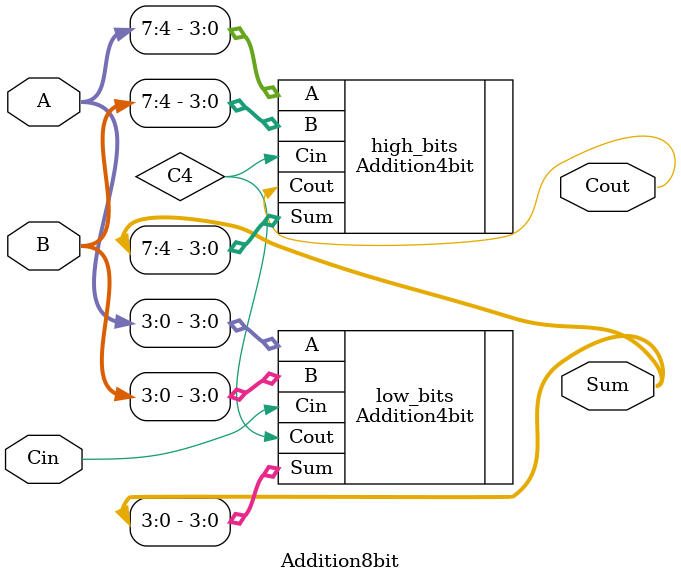
<source format=v>
module Addition8bit(
    input  [7:0] A, B,
    input        Cin,
    output [7:0] Sum,
    output       Cout
);
    wire C4; // carry entre os módulos de 4 bits
    
    // Primeiros 4 bits (bits 0-3)
    Addition4bit low_bits(
        .A(A[3:0]),
        .B(B[3:0]),
        .Cin(Cin),
        .Sum(Sum[3:0]),
        .Cout(C4)
    );
    
    // Últimos 4 bits (bits 4-7)
    Addition4bit high_bits(
        .A(A[7:4]),
        .B(B[7:4]),
        .Cin(C4),
        .Sum(Sum[7:4]),
        .Cout(Cout)
    );
endmodule
</source>
